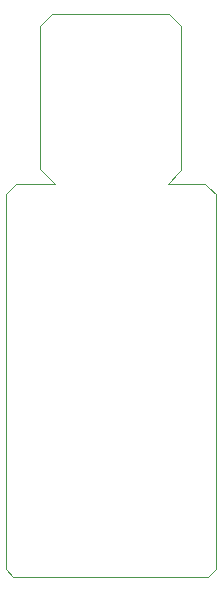
<source format=gko>
G04 Layer: BoardOutline*
G04 EasyEDA v6.3.22, 2020-03-24T16:00:13+09:00*
G04 d7f5250073f14fcc9ce3ff4b1d3fcb3e,67344a67363949849f01d11c0c7cf016,10*
G04 Gerber Generator version 0.2*
G04 Scale: 100 percent, Rotated: No, Reflected: No *
G04 Dimensions in inches *
G04 leading zeros omitted , absolute positions ,2 integer and 4 decimal *
%FSLAX24Y24*%
%MOIN*%
G90*
G70D02*

%ADD10C,0.002000*%
G54D10*
G01X7000Y12610D02*
G01X7000Y12539D01*
G01X7000Y12439D01*
G01X7000Y250D01*
G01X6750Y0D01*
G01X250Y0D01*
G01X0Y250D01*
G01X0Y12750D01*
G01X1150Y14300D02*
G01X1150Y18369D01*
G01X0Y12750D02*
G01X250Y13000D01*
G01X1537Y18762D02*
G01X5458Y18762D01*
G01X5854Y18364D01*
G01X5854Y14300D01*
G01X1154Y18369D02*
G01X1538Y18762D01*
G01X5854Y14300D02*
G01X5854Y13555D01*
G01X5650Y13350D01*
G01X5500Y13200D01*
G01X1150Y14300D02*
G01X1150Y13600D01*
G01X1350Y13400D01*
G01X5650Y13350D02*
G01X5600Y13300D01*
G01X5400Y13100D01*
G01X6650Y13100D01*
G01X6950Y12800D01*
G01X1350Y13400D02*
G01X1450Y13300D01*
G01X1650Y13100D01*
G01X350Y13100D01*
G01X100Y12850D01*
G01X6750Y13000D02*
G01X7000Y12750D01*
G01X7000Y12600D01*
G01X7000Y12439D01*

%LPD*%
M00*
M02*

</source>
